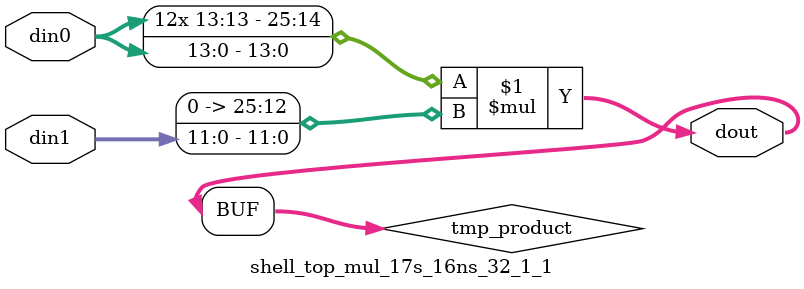
<source format=v>

`timescale 1 ns / 1 ps

  module shell_top_mul_17s_16ns_32_1_1(din0, din1, dout);
parameter ID = 1;
parameter NUM_STAGE = 0;
parameter din0_WIDTH = 14;
parameter din1_WIDTH = 12;
parameter dout_WIDTH = 26;

input [din0_WIDTH - 1 : 0] din0; 
input [din1_WIDTH - 1 : 0] din1; 
output [dout_WIDTH - 1 : 0] dout;

wire signed [dout_WIDTH - 1 : 0] tmp_product;












assign tmp_product = $signed(din0) * $signed({1'b0, din1});









assign dout = tmp_product;







endmodule

</source>
